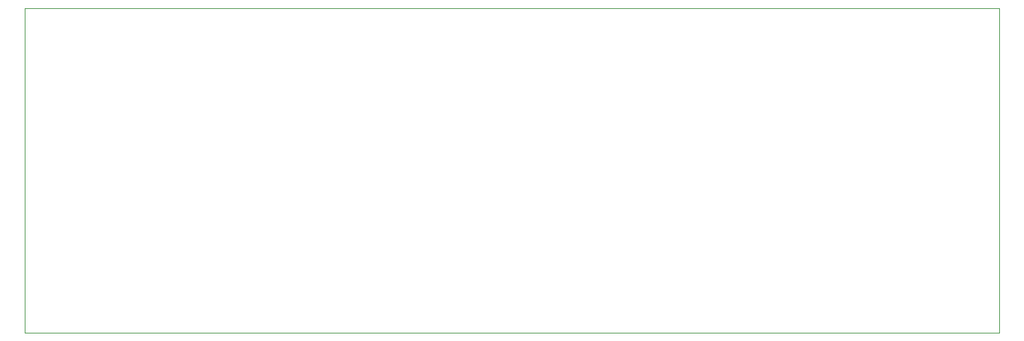
<source format=gbr>
%TF.GenerationSoftware,KiCad,Pcbnew,8.0.4*%
%TF.CreationDate,2024-11-24T01:25:27+11:00*%
%TF.ProjectId,cm4-bare-minimum,636d342d-6261-4726-952d-6d696e696d75,V0.1*%
%TF.SameCoordinates,Original*%
%TF.FileFunction,Profile,NP*%
%FSLAX46Y46*%
G04 Gerber Fmt 4.6, Leading zero omitted, Abs format (unit mm)*
G04 Created by KiCad (PCBNEW 8.0.4) date 2024-11-24 01:25:27*
%MOMM*%
%LPD*%
G01*
G04 APERTURE LIST*
%TA.AperFunction,Profile*%
%ADD10C,0.100000*%
%TD*%
G04 APERTURE END LIST*
D10*
X40000000Y-50000000D02*
X160000000Y-50000000D01*
X160000000Y-90000000D01*
X40000000Y-90000000D01*
X40000000Y-50000000D01*
M02*

</source>
